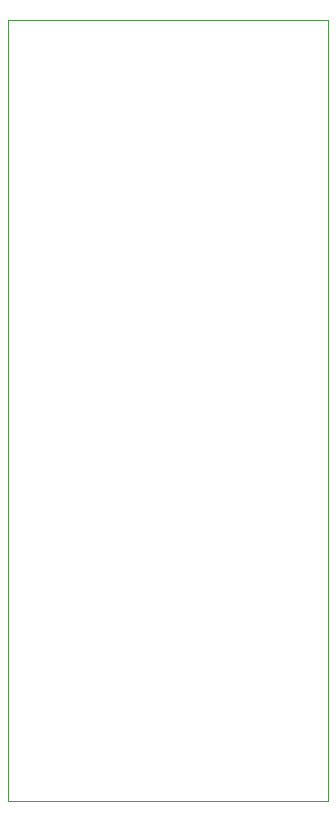
<source format=gbr>
G04 #@! TF.GenerationSoftware,KiCad,Pcbnew,(5.1.5-0-10_14)*
G04 #@! TF.CreationDate,2021-04-18T14:49:03+10:00*
G04 #@! TF.ProjectId,OH - Right Console - 12 -  Canopy Switch Breakers,4f48202d-2052-4696-9768-7420436f6e73,rev?*
G04 #@! TF.SameCoordinates,Original*
G04 #@! TF.FileFunction,Profile,NP*
%FSLAX46Y46*%
G04 Gerber Fmt 4.6, Leading zero omitted, Abs format (unit mm)*
G04 Created by KiCad (PCBNEW (5.1.5-0-10_14)) date 2021-04-18 14:49:03*
%MOMM*%
%LPD*%
G04 APERTURE LIST*
%ADD10C,0.050000*%
G04 APERTURE END LIST*
D10*
X114300000Y-88900000D02*
X114300000Y-155067000D01*
X87249000Y-155067000D02*
X114300000Y-155067000D01*
X87249000Y-88900000D02*
X87249000Y-155067000D01*
X114300000Y-88900000D02*
X87249000Y-88900000D01*
M02*

</source>
